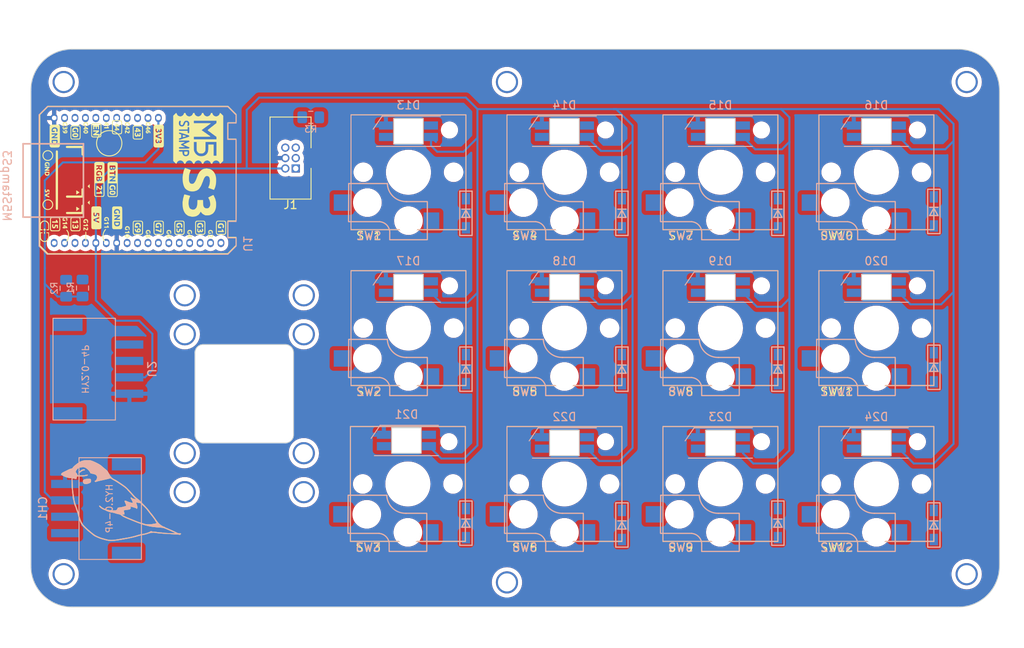
<source format=kicad_pcb>
(kicad_pcb (version 20221018) (generator pcbnew)
  (layers (0 "F.Cu" signal) (31 "B.Cu" signal) (34 "B.Paste" user) (35 "F.Paste" user) (36 "B.SilkS" user "B.Silkscreen") (37 "F.SilkS" user "F.Silkscreen") (38 "B.Mask" user) (39 "F.Mask" user) (44 "Edge.Cuts" user))
  (net 0 "")
  (net 1 "/SCL")
  (net 2 "/SDA")
  (net 3 "+3V3")
  (net 4 "GND")
  (net 5 "/IR_IN")
  (net 6 "/COL1")
  (net 7 "/IR_OUT")
  (net 8 "/COL2")
  (net 9 "/COL3")
  (net 10 "/COL4")
  (net 11 "/ROW1")
  (net 12 "/ROW2")
  (net 13 "/ROW3")
  (net 14 "/LED")
  (net 15 "+5V")
  (net 16 "/BOOT")
  (net 17 "/EN")
  (net 18 "/RXD")
  (net 19 "/TXD")
  (net 20 "Net-(D1-A)")
  (net 21 "Net-(D2-A)")
  (net 22 "Net-(D3-A)")
  (net 23 "Net-(D4-A)")
  (net 24 "Net-(D5-A)")
  (net 25 "Net-(D6-A)")
  (net 26 "Net-(D7-A)")
  (net 27 "Net-(D8-A)")
  (net 28 "Net-(D9-A)")
  (net 29 "Net-(D10-A)")
  (net 30 "Net-(D11-A)")
  (net 31 "Net-(D12-A)")
  (net 32 "Net-(D13-DOUT)")
  (net 33 "Net-(D13-DIN)")
  (net 34 "Net-(D14-DOUT)")
  (net 35 "Net-(D15-DOUT)")
  (net 36 "Net-(D16-DOUT)")
  (net 37 "Net-(D17-DOUT)")
  (net 38 "Net-(D18-DOUT)")
  (net 39 "Net-(D19-DOUT)")
  (net 40 "Net-(D20-DOUT)")
  (net 41 "Net-(D21-DOUT)")
  (net 42 "Net-(D22-DOUT)")
  (net 43 "Net-(D23-DOUT)")
  (footprint "$sparrow62:D3_SMD_v2" (layer "F.Cu") (at 163 88 -90)
    (fp_text reference "D12" hide)
    (fp_text value "D" hide)
    (pad "1" smd rect (at -1.775 0 270) (size 1.4 1) (layers "B.Cu" "B.Paste" "B.Mask") (net 13 "/ROW3"))
    (pad "2" smd rect (at 1.775 0 270) (size 1.4 1) (layers "B.Cu" "B.Paste" "B.Mask") (net 31 "Net-(D12-A)"))
  )
  (footprint "$sparrow62:Choc_1Side_1.0u" (layer "F.Cu") (at 98.9302 83)
    (fp_text reference "SW3" hide)
    (fp_text value "SW_Push" hide)
    (fp_text user "${REFERENCE}" (at -4.826 7.747) (layer "B.SilkS") (effects (justify mirror)))
    (fp_text user "${REFERENCE}" (at -4.826 7.747) (layer "F.SilkS"))
    (pad "" np_thru_hole circle (at -5.5 0 90) (size 1.9 1.9) (drill 1.9) (layers "*.Cu" "*.Mask"))
    (pad "" np_thru_hole circle (at -5 3.7 90) (size 3 3) (drill 3) (layers "F&B.Cu" "*.Mask"))
    (pad "" np_thru_hole circle (at 0 0 90) (size 5 5) (drill 5) (layers "*.Cu" "*.Mask"))
    (pad "" np_thru_hole circle (at 0 5.9 90) (size 3 3) (drill 3) (layers "*.Cu" "*.Mask"))
    (pad "" np_thru_hole circle (at 5 -5.15 90) (size 1.6 1.6) (drill 1.6) (layers "F&B.Cu" "*.Mask"))
    (pad "" np_thru_hole circle (at 5.5 0 90) (size 1.9 1.9) (drill 1.9) (layers "*.Cu" "*.Mask"))
    (pad "1" smd rect (at -8.1 3.7 180) (size 2 2) (layers "B.Cu" "B.Paste" "B.Mask") (net 9 "/COL3"))
    (pad "2" smd rect (at 2.8 5.9 180) (size 1.9 2) (layers "B.Cu" "B.Paste" "B.Mask") (net 22 "Net-(D3-A)"))
  )
  (footprint "$sparrow62:M2_v2" (layer "F.Cu") (at 111 95)
    (fp_text reference "H6" hide)
    (fp_text value "M2_v2" hide)
    (pad "" thru_hole circle (at 0 0) (size 2.7 2.7) (drill 2.2) (layers "*.Cu" "*.Mask"))
  )
  (footprint "$sparrow62:Choc_1Side_1.0u" (layer "F.Cu") (at 156 64)
    (fp_text reference "SW11" hide)
    (fp_text value "SW_Push" hide)
    (fp_text user "${REFERENCE}" (at -4.826 7.747) (layer "B.SilkS") (effects (justify mirror)))
    (fp_text user "${REFERENCE}" (at -4.826 7.747) (layer "F.SilkS"))
    (pad "" np_thru_hole circle (at -5.5 0 90) (size 1.9 1.9) (drill 1.9) (layers "*.Cu" "*.Mask"))
    (pad "" np_thru_hole circle (at -5 3.7 90) (size 3 3) (drill 3) (layers "F&B.Cu" "*.Mask"))
    (pad "" np_thru_hole circle (at 0 0 90) (size 5 5) (drill 5) (layers "*.Cu" "*.Mask"))
    (pad "" np_thru_hole circle (at 0 5.9 90) (size 3 3) (drill 3) (layers "*.Cu" "*.Mask"))
    (pad "" np_thru_hole circle (at 5 -5.15 90) (size 1.6 1.6) (drill 1.6) (layers "F&B.Cu" "*.Mask"))
    (pad "" np_thru_hole circle (at 5.5 0 90) (size 1.9 1.9) (drill 1.9) (layers "*.Cu" "*.Mask"))
    (pad "1" smd rect (at -8.1 3.7 180) (size 2 2) (layers "B.Cu" "B.Paste" "B.Mask") (net 9 "/COL3"))
    (pad "2" smd rect (at 2.8 5.9 180) (size 1.9 2) (layers "B.Cu" "B.Paste" "B.Mask") (net 30 "Net-(D11-A)"))
  )
  (footprint "$sparrow62:D3_SMD_v2" (layer "F.Cu") (at 144 69 -90)
    (fp_text reference "D7" hide)
    (fp_text value "D" hide)
    (pad "1" smd rect (at -1.775 0 270) (size 1.4 1) (layers "B.Cu" "B.Paste" "B.Mask") (net 12 "/ROW2"))
    (pad "2" smd rect (at 1.775 0 270) (size 1.4 1) (layers "B.Cu" "B.Paste" "B.Mask") (net 26 "Net-(D7-A)"))
  )
  (footprint "$sparrow62:D3_SMD_v2" (layer "F.Cu") (at 106 69 -90)
    (fp_text reference "D5" hide)
    (fp_text value "D" hide)
    (pad "1" smd rect (at -1.775 0 270) (size 1.4 1) (layers "B.Cu" "B.Paste" "B.Mask") (net 12 "/ROW2"))
    (pad "2" smd rect (at 1.775 0 270) (size 1.4 1) (layers "B.Cu" "B.Paste" "B.Mask") (net 24 "Net-(D5-A)"))
  )
  (footprint "$74th:BoxPinHeader_2x03_P1.27mm_Vertical" (layer "F.Cu") (at 84.635 43.27 180)
    (fp_text reference "J1" (at 0 -5.7) (layer "F.SilkS"))
    (fp_text value "ESP-Prog-ProgramCOM-RECV")
    (pad "1" thru_hole rect (at -0.635 -1.27 180) (size 1 1) (drill 0.65) (layers "*.Cu" "*.Mask") (net 17 "/EN"))
    (pad "2" thru_hole oval (at 0.635 -1.27 180) (size 1 1) (drill 0.65) (layers "*.Cu" "*.Mask") (net 15 "+5V"))
    (pad "3" thru_hole oval (at -0.635 0 180) (size 1 1) (drill 0.65) (layers "*.Cu" "*.Mask") (net 19 "/TXD"))
    (pad "4" thru_hole oval (at 0.635 0 180) (size 1 1) (drill 0.65) (layers "*.Cu" "*.Mask") (net 4 "GND"))
    (pad "5" thru_hole oval (at -0.635 1.27 180) (size 1 1) (drill 0.65) (layers "*.Cu" "*.Mask") (net 18 "/RXD"))
    (pad "6" thru_hole oval (at 0.635 1.27 180) (size 1 1) (drill 0.65) (layers "*.Cu" "*.Mask") (net 16 "/BOOT"))
  )
  (footprint "$sparrow62:Sparrow2" (layer "F.Cu") (at 64 85)
    (fp_text reference "G***" hide)
    (fp_text value "LOGO" hide)
  )
  (footprint "$sparrow62:D3_SMD_v2" (layer "F.Cu") (at 144 50 -90)
    (fp_text reference "D3" hide)
    (fp_text value "D" hide)
    (pad "1" smd rect (at -1.775 0 270) (size 1.4 1) (layers "B.Cu" "B.Paste" "B.Mask") (net 11 "/ROW1"))
    (pad "2" smd rect (at 1.775 0 270) (size 1.4 1) (layers "B.Cu" "B.Paste" "B.Mask") (net 22 "Net-(D3-A)"))
  )
  (footprint "$sparrow62:D3_SMD_v2" (layer "F.Cu") (at 144 87.775 -90)
    (fp_text reference "D11" hide)
    (fp_text value "D" hide)
    (pad "1" smd rect (at -1.775 0 270) (size 1.4 1) (layers "B.Cu" "B.Paste" "B.Mask") (net 13 "/ROW3"))
    (pad "2" smd rect (at 1.775 0 270) (size 1.4 1) (layers "B.Cu" "B.Paste" "B.Mask") (net 30 "Net-(D11-A)"))
  )
  (footprint "$sparrow62:Choc_1Side_1.0u" (layer "F.Cu") (at 118 83)
    (fp_text reference "SW6" hide)
    (fp_text value "SW_Push" hide)
    (fp_text user "${REFERENCE}" (at -4.826 7.747) (layer "B.SilkS") (effects (justify mirror)))
    (fp_text user "${REFERENCE}" (at -4.826 7.747) (layer "F.SilkS"))
    (pad "" np_thru_hole circle (at -5.5 0 90) (size 1.9 1.9) (drill 1.9) (layers "*.Cu" "*.Mask"))
    (pad "" np_thru_hole circle (at -5 3.7 90) (size 3 3) (drill 3) (layers "F&B.Cu" "*.Mask"))
    (pad "" np_thru_hole circle (at 0 0 90) (size 5 5) (drill 5) (layers "*.Cu" "*.Mask"))
    (pad "" np_thru_hole circle (at 0 5.9 90) (size 3 3) (drill 3) (layers "*.Cu" "*.Mask"))
    (pad "" np_thru_hole circle (at 5 -5.15 90) (size 1.6 1.6) (drill 1.6) (layers "F&B.Cu" "*.Mask"))
    (pad "" np_thru_hole circle (at 5.5 0 90) (size 1.9 1.9) (drill 1.9) (layers "*.Cu" "*.Mask"))
    (pad "1" smd rect (at -8.1 3.7 180) (size 2 2) (layers "B.Cu" "B.Paste" "B.Mask") (net 8 "/COL2"))
    (pad "2" smd rect (at 2.8 5.9 180) (size 1.9 2) (layers "B.Cu" "B.Paste" "B.Mask") (net 25 "Net-(D6-A)"))
  )
  (footprint "$sparrow62:M2_v2" (layer "F.Cu") (at 167 34)
    (fp_text reference "H4" hide)
    (fp_text value "M2_v2" hide)
    (pad "" thru_hole circle (at 0 0) (size 2.7 2.7) (drill 2.2) (layers "*.Cu" "*.Mask"))
  )
  (footprint "$sparrow62:Choc_1Side_1.0u" (layer "F.Cu") (at 137 64)
    (fp_text reference "SW8" hide)
    (fp_text value "SW_Push" hide)
    (fp_text user "${REFERENCE}" (at -4.826 7.747) (layer "B.SilkS") (effects (justify mirror)))
    (fp_text user "${REFERENCE}" (at -4.826 7.747) (layer "F.SilkS"))
    (pad "" np_thru_hole circle (at -5.5 0 90) (size 1.9 1.9) (drill 1.9) (layers "*.Cu" "*.Mask"))
    (pad "" np_thru_hole circle (at -5 3.7 90) (size 3 3) (drill 3) (layers "F&B.Cu" "*.Mask"))
    (pad "" np_thru_hole circle (at 0 0 90) (size 5 5) (drill 5) (layers "*.Cu" "*.Mask"))
    (pad "" np_thru_hole circle (at 0 5.9 90) (size 3 3) (drill 3) (layers "*.Cu" "*.Mask"))
    (pad "" np_thru_hole circle (at 5 -5.15 90) (size 1.6 1.6) (drill 1.6) (layers "F&B.Cu" "*.Mask"))
    (pad "" np_thru_hole circle (at 5.5 0 90) (size 1.9 1.9) (drill 1.9) (layers "*.Cu" "*.Mask"))
    (pad "1" smd rect (at -8.1 3.7 180) (size 2 2) (layers "B.Cu" "B.Paste" "B.Mask") (net 10 "/COL4"))
    (pad "2" smd rect (at 2.8 5.9 180) (size 1.9 2) (layers "B.Cu" "B.Paste" "B.Mask") (net 27 "Net-(D8-A)"))
  )
  (footprint "$sparrow62:Choc_1Side_1.0u" (layer "F.Cu") (at 118 64)
    (fp_text reference "SW5" hide)
    (fp_text value "SW_Push" hide)
    (fp_text user "${REFERENCE}" (at -4.826 7.747) (layer "B.SilkS") (effects (justify mirror)))
    (fp_text user "${REFERENCE}" (at -4.826 7.747) (layer "F.SilkS"))
    (pad "" np_thru_hole circle (at -5.5 0 90) (size 1.9 1.9) (drill 1.9) (layers "*.Cu" "*.Mask"))
    (pad "" np_thru_hole circle (at -5 3.7 90) (size 3 3) (drill 3) (layers "F&B.Cu" "*.Mask"))
    (pad "" np_thru_hole circle (at 0 0 90) (size 5 5) (drill 5) (layers "*.Cu" "*.Mask"))
    (pad "" np_thru_hole circle (at 0 5.9 90) (size 3 3) (drill 3) (layers "*.Cu" "*.Mask"))
    (pad "" np_thru_hole circle (at 5 -5.15 90) (size 1.6 1.6) (drill 1.6) (layers "F&B.Cu" "*.Mask"))
    (pad "" np_thru_hole circle (at 5.5 0 90) (size 1.9 1.9) (drill 1.9) (layers "*.Cu" "*.Mask"))
    (pad "1" smd rect (at -8.1 3.7 180) (size 2 2) (layers "B.Cu" "B.Paste" "B.Mask") (net 6 "/COL1"))
    (pad "2" smd rect (at 2.8 5.9 180) (size 1.9 2) (layers "B.Cu" "B.Paste" "B.Mask") (net 24 "Net-(D5-A)"))
  )
  (footprint "$sparrow62:Choc_1Side_1.0u" (layer "F.Cu") (at 137 83)
    (fp_text reference "SW9" hide)
    (fp_text value "SW_Push" hide)
    (fp_text user "${REFERENCE}" (at -4.826 7.747) (layer "B.SilkS") (effects (justify mirror)))
    (fp_text user "${REFERENCE}" (at -4.826 7.747) (layer "F.SilkS"))
    (pad "" np_thru_hole circle (at -5.5 0 90) (size 1.9 1.9) (drill 1.9) (layers "*.Cu" "*.Mask"))
    (pad "" np_thru_hole circle (at -5 3.7 90) (size 3 3) (drill 3) (layers "F&B.Cu" "*.Mask"))
    (pad "" np_thru_hole circle (at 0 0 90) (size 5 5) (drill 5) (layers "*.Cu" "*.Mask"))
    (pad "" np_thru_hole circle (at 0 5.9 90) (size 3 3) (drill 3) (layers "*.Cu" "*.Mask"))
    (pad "" np_thru_hole circle (at 5 -5.15 90) (size 1.6 1.6) (drill 1.6) (layers "F&B.Cu" "*.Mask"))
    (pad "" np_thru_hole circle (at 5.5 0 90) (size 1.9 1.9) (drill 1.9) (layers "*.Cu" "*.Mask"))
    (pad "1" smd rect (at -8.1 3.7 180) (size 2 2) (layers "B.Cu" "B.Paste" "B.Mask") (net 6 "/COL1"))
    (pad "2" smd rect (at 2.8 5.9 180) (size 1.9 2) (layers "B.Cu" "B.Paste" "B.Mask") (net 28 "Net-(D9-A)"))
  )
  (footprint "$sparrow62:Choc_1Side_1.0u" (layer "F.Cu") (at 156 45)
    (fp_text reference "SW10" hide)
    (fp_text value "SW_Push" hide)
    (fp_text user "${REFERENCE}" (at -4.826 7.747) (layer "B.SilkS") (effects (justify mirror)))
    (fp_text user "${REFERENCE}" (at -4.826 7.747) (layer "F.SilkS"))
    (pad "" np_thru_hole circle (at -5.5 0 90) (size 1.9 1.9) (drill 1.9) (layers "*.Cu" "*.Mask"))
    (pad "" np_thru_hole circle (at -5 3.7 90) (size 3 3) (drill 3) (layers "F&B.Cu" "*.Mask"))
    (pad "" np_thru_hole circle (at 0 0 90) (size 5 5) (drill 5) (layers "*.Cu" "*.Mask"))
    (pad "" np_thru_hole circle (at 0 5.9 90) (size 3 3) (drill 3) (layers "*.Cu" "*.Mask"))
    (pad "" np_thru_hole circle (at 5 -5.15 90) (size 1.6 1.6) (drill 1.6) (layers "F&B.Cu" "*.Mask"))
    (pad "" np_thru_hole circle (at 5.5 0 90) (size 1.9 1.9) (drill 1.9) (layers "*.Cu" "*.Mask"))
    (pad "1" smd rect (at -8.1 3.7 180) (size 2 2) (layers "B.Cu" "B.Paste" "B.Mask") (net 8 "/COL2"))
    (pad "2" smd rect (at 2.8 5.9 180) (size 1.9 2) (layers "B.Cu" "B.Paste" "B.Mask") (net 29 "Net-(D10-A)"))
  )
  (footprint "$sparrow62:M2_v2" (layer "F.Cu") (at 57 94)
    (fp_text reference "H7" hide)
    (fp_text value "M2_v2" hide)
    (pad "" thru_hole circle (at 0 0) (size 2.7 2.7) (drill 2.2) (layers "*.Cu" "*.Mask"))
  )
  (footprint "$sparrow62:D3_SMD_v2" (layer "F.Cu") (at 106 87.775 -90)
    (fp_text reference "D9" hide)
    (fp_text value "D" hide)
    (pad "1" smd rect (at -1.775 0 270) (size 1.4 1) (layers "B.Cu" "B.Paste" "B.Mask") (net 13 "/ROW3"))
    (pad "2" smd rect (at 1.775 0 270) (size 1.4 1) (layers "B.Cu" "B.Paste" "B.Mask") (net 28 "Net-(D9-A)"))
  )
  (footprint "$sparrow62:D3_SMD_v2" (layer "F.Cu") (at 163 49.775 -90)
    (fp_text reference "D4" hide)
    (fp_text value "D" hide)
    (pad "1" smd rect (at -1.775 0 270) (size 1.4 1) (layers "B.Cu" "B.Paste" "B.Mask") (net 11 "/ROW1"))
    (pad "2" smd rect (at 1.775 0 270) (size 1.4 1) (layers "B.Cu" "B.Paste" "B.Mask") (net 23 "Net-(D4-A)"))
  )
  (footprint "$sparrow62:D3_SMD_v2" (layer "F.Cu") (at 125 69 -90)
    (fp_text reference "D6" hide)
    (fp_text value "D" hide)
    (pad "1" smd rect (at -1.775 0 270) (size 1.4 1) (layers "B.Cu" "B.Paste" "B.Mask") (net 12 "/ROW2"))
    (pad "2" smd rect (at 1.775 0 270) (size 1.4 1) (layers "B.Cu" "B.Paste" "B.Mask") (net 25 "Net-(D6-A)"))
  )
  (footprint "$sparrow62:D3_SMD_v2" (layer "F.Cu") (at 106 50 -90)
    (fp_text reference "D1" hide)
    (fp_text value "D" hide)
    (pad "1" smd rect (at -1.775 0 270) (size 1.4 1) (layers "B.Cu" "B.Paste" "B.Mask") (net 11 "/ROW1"))
    (pad "2" smd rect (at 1.775 0 270) (size 1.4 1) (layers "B.Cu" "B.Paste" "B.Mask") (net 20 "Net-(D1-A)"))
  )
  (footprint "$sparrow62:D3_SMD_v2" (layer "F.Cu") (at 125 88 -90)
    (fp_text reference "D10" hide)
    (fp_text value "D" hide)
    (pad "1" smd rect (at -1.775 0 270) (size 1.4 1) (layers "B.Cu" "B.Paste" "B.Mask") (net 13 "/ROW3"))
    (pad "2" smd rect (at 1.775 0 270) (size 1.4 1) (layers "B.Cu" "B.Paste" "B.Mask") (net 29 "Net-(D10-A)"))
  )
  (footprint "$sparrow62:Choc_1Side_1.0u" (layer "F.Cu") (at 99 64)
    (fp_text reference "SW2" hide)
    (fp_text value "SW_Push" hide)
    (fp_text user "${REFERENCE}" (at -4.826 7.747) (layer "B.SilkS") (effects (justify mirror)))
    (fp_text user "${REFERENCE}" (at -4.826 7.747) (layer "F.SilkS"))
    (pad "" np_thru_hole circle (at -5.5 0 90) (size 1.9 1.9) (drill 1.9) (layers "*.Cu" "*.Mask"))
    (pad "" np_thru_hole circle (at -5 3.7 90) (size 3 3) (drill 3) (layers "F&B.Cu" "*.Mask"))
    (pad "" np_thru_hole circle (at 0 0 90) (size 5 5) (drill 5) (layers "*.Cu" "*.Mask"))
    (pad "" np_thru_hole circle (at 0 5.9 90) (size 3 3) (drill 3) (layers "*.Cu" "*.Mask"))
    (pad "" np_thru_hole circle (at 5 -5.15 90) (size 1.6 1.6) (drill 1.6) (layers "F&B.Cu" "*.Mask"))
    (pad "" np_thru_hole circle (at 5.5 0 90) (size 1.9 1.9) (drill 1.9) (layers "*.Cu" "*.Mask"))
    (pad "1" smd rect (at -8.1 3.7 180) (size 2 2) (layers "B.Cu" "B.Paste" "B.Mask") (net 8 "/COL2"))
    (pad "2" smd rect (at 2.8 5.9 180) (size 1.9 2) (layers "B.Cu" "B.Paste" "B.Mask") (net 21 "Net-(D2-A)"))
  )
  (footprint "$sparrow62:M2_v2" (layer "F.Cu") (at 167 94)
    (fp_text reference "H5" hide)
    (fp_text value "M2_v2" hide)
    (pad "" thru_hole circle (at 0 0) (size 2.7 2.7) (drill 2.2) (layers "*.Cu" "*.Mask"))
  )
  (footprint "$sparrow62:M2_v2" (layer "F.Cu") (at 57 34)
    (fp_text reference "H2" hide)
    (fp_text value "M2_v2" hide)
    (pad "" thru_hole circle (at 0 0) (size 2.7 2.7) (drill 2.2) (layers "*.Cu" "*.Mask"))
  )
  (footprint "$sparrow62:Choc_1Side_1.0u" (layer "F.Cu") (at 118 45)
    (fp_text reference "SW4" hide)
    (fp_text value "SW_Push" hide)
    (fp_text user "${REFERENCE}" (at -4.826 7.747) (layer "B.SilkS") (effects (justify mirror)))
    (fp_text user "${REFERENCE}" (at -4.826 7.747) (layer "F.SilkS"))
    (pad "" np_thru_hole circle (at -5.5 0 90) (size 1.9 1.9) (drill 1.9) (layers "*.Cu" "*.Mask"))
    (pad "" np_thru_hole circle (at -5 3.7 90) (size 3 3) (drill 3) (layers "F&B.Cu" "*.Mask"))
    (pad "" np_thru_hole circle (at 0 0 90) (size 5 5) (drill 5) (layers "*.Cu" "*.Mask"))
    (pad "" np_thru_hole circle (at 0 5.9 90) (size 3 3) (drill 3) (layers "*.Cu" "*.Mask"))
    (pad "" np_thru_hole circle (at 5 -5.15 90) (size 1.6 1.6) (drill 1.6) (layers "F&B.Cu" "*.Mask"))
    (pad "" np_thru_hole circle (at 5.5 0 90) (size 1.9 1.9) (drill 1.9) (layers "*.Cu" "*.Mask"))
    (pad "1" smd rect (at -8.1 3.7 180) (size 2 2) (layers "B.Cu" "B.Paste" "B.Mask") (net 10 "/COL4"))
    (pad "2" smd rect (at 2.8 5.9 180) (size 1.9 2) (layers "B.Cu" "B.Paste" "B.Mask") (net 23 "Net-(D4-A)"))
  )
  (footprint "$sparrow62:D3_SMD_v2" (layer "F.Cu") (at 125 50 -90)
    (fp_text reference "D2" hide)
    (fp_text value "D" hide)
    (pad "1" smd rect (at -1.775 0 270) (size 1.4 1) (layers "B.Cu" "B.Paste" "B.Mask") (net 11 "/ROW1"))
    (pad "2" smd rect (at 1.775 0 270) (size 1.4 1) (layers "B.Cu" "B.Paste" "B.Mask") (net 21 "Net-(D2-A)"))
  )
  (footprint "$sparrow62:pointer_device_top" (layer "F.Cu") (at 79 72)
    (fp_text reference "H1" hide)
    (fp_text value "pointer_device_top")
    (fp_line (start -6 -5) (end -6 5) (stroke (width 0.1)) (layer "Edge.Cuts"))
    (fp_line (start 5 -6) (end -5 -6) (stroke (width 0.1)) (layer "Edge.Cuts"))
    (fp_line (start 5 6) (end -5 6) (stroke (width 0.1)) (layer "Edge.Cuts"))
    (fp_line (start 6 -5) (end 6 5) (stroke (width 0.1)) (layer "Edge.Cuts"))
    (fp_arc (start -6 -5) (mid -5.707107 -5.707107) (end -5 -6) (stroke (width 0.1)) (layer "Edge.Cuts"))
    (fp_arc (start -5 6) (mid -5.707107 5.707107) (end -6 5) (stroke (width 0.1)) (layer "Edge.Cuts"))
    (fp_arc (start 5 -6) (mid 5.707107 -5.707107) (end 6 -5) (stroke (width 0.1)) (layer "Edge.Cuts"))
    (fp_arc (start 6 5) (mid 5.707107 5.707107) (end 5 6) (stroke (width 0.1)) (layer "Edge.Cuts"))
    (pad "" thru_hole circle (at -7.25 -12) (size 2.7 2.7) (drill 2.2) (layers "*.Cu" "*.Mask"))
    (pad "" thru_hole circle (at -7.25 -7.25) (size 2.7 2.7) (drill 2.2) (layers "*.Cu" "*.Mask"))
    (pad "" thru_hole circle (at -7.25 7.25) (size 2.7 2.7) (drill 2.2) (layers "*.Cu" "*.Mask"))
    (pad "" thru_hole circle (at -7.25 12) (size 2.7 2.7) (drill 2.2) (layers "*.Cu" "*.Mask"))
    (pad "" thru_hole circle (at 7.25 -12) (size 2.7 2.7) (drill 2.2) (layers "*.Cu" "*.Mask"))
    (pad "" thru_hole circle (at 7.25 -7.25) (size 2.7 2.7) (drill 2.2) (layers "*.Cu" "*.Mask"))
    (pad "" thru_hole circle (at 7.25 7.25) (size 2.7 2.7) (drill 2.2) (layers "*.Cu" "*.Mask"))
    (pad "" thru_hole circle (at 7.25 12) (size 2.7 2.7) (drill 2.2) (layers "*.Cu" "*.Mask"))
  )
  (footprint "$sparrow62:Choc_1Side_1.0u" (layer "F.Cu") (at 99 45)
    (fp_text reference "SW1" hide)
    (fp_text value "SW_Push" hide)
    (fp_text user "${REFERENCE}" (at -4.826 7.747) (layer "B.SilkS") (effects (justify mirror)))
    (fp_text user "${REFERENCE}" (at -4.826 7.747) (layer "F.SilkS"))
    (pad "" np_thru_hole circle (at -5.5 0 90) (size 1.9 1.9) (drill 1.9) (layers "*.Cu" "*.Mask"))
    (pad "" np_thru_hole circle (at -5 3.7 90) (size 3 3) (drill 3) (layers "F&B.Cu" "*.Mask"))
    (pad "" np_thru_hole circle (at 0 0 90) (size 5 5) (drill 5) (layers "*.Cu" "*.Mask"))
    (pad "" np_thru_hole circle (at 0 5.9 90) (size 3 3) (drill 3) (layers "*.Cu" "*.Mask"))
    (pad "" np_thru_hole circle (at 5 -5.15 90) (size 1.6 1.6) (drill 1.6) (layers "F&B.Cu" "*.Mask"))
    (pad "" np_thru_hole circle (at 5.5 0 90) (size 1.9 1.9) (drill 1.9) (layers "*.Cu" "*.Mask"))
    (pad "1" smd rect (at -8.1 3.7 180) (size 2 2) (layers "B.Cu" "B.Paste" "B.Mask") (net 6 "/COL1"))
    (pad "2" smd rect (at 2.8 5.9 180) (size 1.9 2) (layers "B.Cu" "B.Paste" "B.Mask") (net 20 "Net-(D1-A)"))
  )
  (footprint "$sparrow62:Choc_1Side_1.0u" (layer "F.Cu") (at 137 45)
    (fp_text reference "SW7" hide)
    (fp_text value "SW_Push" hide)
    (fp_text user "${REFERENCE}" (at -4.826 7.747) (layer "B.SilkS") (effects (justify mirror)))
    (fp_text user "${REFERENCE}" (at -4.826 7.747) (layer "F.SilkS"))
    (pad "" np_thru_hole circle (at -5.5 0 90) (size 1.9 1.9) (drill 1.9) (layers "*.Cu" "*.Mask"))
    (pad "" np_thru_hole circle (at -5 3.7 90) (size 3 3) (drill 3) (layers "F&B.Cu" "*.Mask"))
    (pad "" np_thru_hole circle (at 0 0 90) (size 5 5) (drill 5) (layers "*.Cu" "*.Mask"))
    (pad "" np_thru_hole circle (at 0 5.9 90) (size 3 3) (drill 3) (layers "*.Cu" "*.Mask"))
    (pad "" np_thru_hole circle (at 5 -5.15 90) (size 1.6 1.6) (drill 1.6) (layers "F&B.Cu" "*.Mask"))
    (pad "" np_thru_hole circle (at 5.5 0 90) (size 1.9 1.9) (drill 1.9) (layers "*.Cu" "*.Mask"))
    (pad "1" smd rect (at -8.1 3.7 180) (size 2 2) (layers "B.Cu" "B.Paste" "B.Mask") (net 9 "/COL3"))
    (pad "2" smd rect (at 2.8 5.9 180) (size 1.9 2) (layers "B.Cu" "B.Paste" "B.Mask") (net 26 "Net-(D7-A)"))
  )
  (footprint "$sparrow62:D3_SMD_v2" (layer "F.Cu") (at 163 68.775 -90)
    (fp_text reference "D8" hide)
    (fp_text value "D" hide)
    (pad "1" smd rect (at -1.775 0 270) (size 1.4 1) (layers "B.Cu" "B.Paste" "B.Mask") (net 12 "/ROW2"))
    (pad "2" smd rect (at 1.775 0 270) (size 1.4 1) (layers "B.Cu" "B.Paste" "B.Mask") (net 27 "Net-(D8-A)"))
  )
  (footprint "$sparrow62:Choc_1Side_1.0u" (layer "F.Cu") (at 156 83)
    (fp_text reference "SW12" hide)
    (fp_text value "SW_Push" hide)
    (fp_text user "${REFERENCE}" (at -4.826 7.747) (layer "B.SilkS") (effects (justify mirror)))
    (fp_text user "${REFERENCE}" (at -4.826 7.747) (layer "F.SilkS"))
    (pad "" np_thru_hole circle (at -5.5 0 90) (size 1.9 1.9) (drill 1.9) (layers "*.Cu" "*.Mask"))
    (pad "" np_thru_hole circle (at -5 3.7 90) (size 3 3) (drill 3) (layers "F&B.Cu" "*.Mask"))
    (pad "" np_thru_hole circle (at 0 0 90) (size 5 5) (drill 5) (layers "*.Cu" "*.Mask"))
    (pad "" np_thru_hole circle (at 0 5.9 90) (size 3 3) (drill 3) (layers "*.Cu" "*.Mask"))
    (pad "" np_thru_hole circle (at 5 -5.15 90) (size 1.6 1.6) (drill 1.6) (layers "F&B.Cu" "*.Mask"))
    (pad "" np_thru_hole circle (at 5.5 0 90) (size 1.9 1.9) (drill 1.9) (layers "*.Cu" "*.Mask"))
    (pad "1" smd rect (at -8.1 3.7 180) (size 2 2) (layers "B.Cu" "B.Paste" "B.Mask") (net 10 "/COL4"))
    (pad "2" smd rect (at 2.8 5.9 180) (size 1.9 2) (layers "B.Cu" "B.Paste" "B.Mask") (net 31 "Net-(D12-A)"))
  )
  (footprint "$sparrow62:M2_v2" (layer "F.Cu") (at 111 34)
    (fp_text reference "H3" hide)
    (fp_text value "M2_v2" hide)
    (pad "" thru_hole circle (at 0 0) (size 2.7 2.7) (drill 2.2) (layers "*.Cu" "*.Mask"))
  )
  (footprint "$74th:HY2.0_Socket_SMD_4Pin" (layer "B.Cu") (at 65 69 90)
    (fp_text reference "U2" (at 0 2.7 270 unlocked) (layer "B.SilkS") (effects (justify mirror)))
    (fp_text value "M5 IR Unit")
    (fp_text user "HY2.0-4P" (at 0 -5.4 270 unlocked) (layer "B.SilkS") (effects (font (size 0.8 0.8) (thickness 0.12)) (justify mirror)))
    (pad "" smd rect (at -5.4 -7.5 270) (size 1.5 3.6) (layers "B.Cu" "B.Paste" "B.Mask"))
    (pad "" smd rect (at 5.4 -7.5 270) (size 1.5 3.6) (layers "B.Cu" "B.Paste" "B.Mask"))
    (pad "1" smd rect (at 3 0 270) (size 1 3.4) (layers "B.Cu" "B.Paste" "B.Mask") (net 5 "/IR_IN"))
    (pad "2" smd rect (at 1 0 270) (size 1 3.4) (layers "B.Cu" "B.Paste" "B.Mask") (net 7 "/IR_OUT"))
    (pad "3" smd rect (at -1 0 270) (size 1 3.4) (layers "B.Cu" "B.Paste" "B.Mask") (net 15 "+5V"))
    (pad "4" smd rect (at -3 0 270) (size 1 3.4) (layers "B.Cu" "B.Paste" "B.Mask") (net 4 "GND"))
  )
  (footprint "$74th:YS-SK6812MINI-E-BACK-RIGHT" (layer "B.Cu") (at 137 40)
    (fp_text reference "D15" (at 0 -3.175) (layer "B.SilkS") (effects (justify mirror)))
    (fp_text value "SK6812MINI")
    (fp_line (start -1.8 -1.55) (end 1.8 -1.55) (stroke (width 0.12)) (layer "Edge.Cuts"))
    (fp_line (start -1.8 1.55) (end -1.8 -1.55) (stroke (width 0.12)) (layer "Edge.Cuts"))
    (fp_line (start 1.8 -1.55) (end 1.8 1.55) (stroke (width 0.12)) (layer "Edge.Cuts"))
    (fp_line (start 1.8 1.55) (end -1.8 1.55) (stroke (width 0.12)) (layer "Edge.Cuts"))
    (pad "1" smd rect (at 2.75 0.7) (size 1.7 1) (layers "B.Cu" "B.Paste" "B.Mask") (net 15 "+5V"))
    (pad "2" smd rect (at 2.75 -0.7) (size 1.7 1) (layers "B.Cu" "B.Paste" "B.Mask") (net 35 "Net-(D15-DOUT)"))
    (pad "3" smd rect (at -2.75 -0.7) (size 1.7 1) (layers "B.Cu" "B.Paste" "B.Mask") (net 4 "GND"))
    (pad "4" smd rect (at -2.75 0.7) (size 1.7 1) (layers "B.Cu" "B.Paste" "B.Mask") (net 34 "Net-(D14-DOUT)"))
  )
  (footprint "$74th:YS-SK6812MINI-E-BACK-RIGHT" (layer "B.Cu") (at 137 78)
    (fp_text reference "D23" (at 0 -3.175) (layer "B.SilkS") (effects (justify mirror)))
    (fp_text value "SK6812MINI")
    (fp_line (start -1.8 -1.55) (end 1.8 -1.55) (stroke (width 0.12)) (layer "Edge.Cuts"))
    (fp_line (start -1.8 1.55) (end -1.8 -1.55) (stroke (width 0.12)) (layer "Edge.Cuts"))
    (fp_line (start 1.8 -1.55) (end 1.8 1.55) (stroke (width 0.12)) (layer "Edge.Cuts"))
    (fp_line (start 1.8 1.55) (end -1.8 1.55) (stroke (width 0.12)) (layer "Edge.Cuts"))
    (pad "1" smd rect (at 2.75 0.7) (size 1.7 1) (layers "B.Cu" "B.Paste" "B.Mask") (net 15 "+5V"))
    (pad "2" smd rect (at 2.75 -0.7) (size 1.7 1) (layers "B.Cu" "B.Paste" "B.Mask") (net 43 "Net-(D23-DOUT)"))
    (pad "3" smd rect (at -2.75 -0.7) (size 1.7 1) (layers "B.Cu" "B.Paste" "B.Mask") (net 4 "GND"))
    (pad "4" smd rect (at -2.75 0.7) (size 1.7 1) (layers "B.Cu" "B.Paste" "B.Mask") (net 42 "Net-(D22-DOUT)"))
  )
  (footprint "$74th:YS-SK6812MINI-E-BACK-RIGHT" (layer "B.Cu") (at 156 59)
    (fp_text reference "D20" (at 0 -3.175) (layer "B.SilkS") (effects (justify mirror)))
    (fp_text value "SK6812MINI")
    (fp_line (start -1.8 -1.55) (end 1.8 -1.55) (stroke (width 0.12)) (layer "Edge.Cuts"))
    (fp_line (start -1.8 1.55) (end -1.8 -1.55) (stroke (width 0.12)) (layer "Edge.Cuts"))
    (fp_line (start 1.8 -1.55) (end 1.8 1.55) (stroke (width 0.12)) (layer "Edge.Cuts"))
    (fp_line (start 1.8 1.55) (end -1.8 1.55) (stroke (width 0.12)) (layer "Edge.Cuts"))
    (pad "1" smd rect (at 2.75 0.7) (size 1.7 1) (layers "B.Cu" "B.Paste" "B.Mask") (net 15 "+5V"))
    (pad "2" smd rect (at 2.75 -0.7) (size 1.7 1) (layers "B.Cu" "B.Paste" "B.Mask") (net 40 "Net-(D20-DOUT)"))
    (pad "3" smd rect (at -2.75 -0.7) (size 1.7 1) (layers "B.Cu" "B.Paste" "B.Mask") (net 4 "GND"))
    (pad "4" smd rect (at -2.75 0.7) (size 1.7 1) (layers "B.Cu" "B.Paste" "B.Mask") (net 39 "Net-(D19-DOUT)"))
  )
  (footprint "$74th:YS-SK6812MINI-E-BACK-RIGHT" (layer "B.Cu") (at 99 59)
    (fp_text reference "D17" (at 0 -3.175) (layer "B.SilkS") (effects (justify mirror)))
    (fp_text value "SK6812MINI")
    (fp_line (start -1.8 -1.55) (end 1.8 -1.55) (stroke (width 0.12)) (layer "Edge.Cuts"))
    (fp_line (start -1.8 1.55) (end -1.8 -1.55) (stroke (width 0.12)) (layer "Edge.Cuts"))
    (fp_line (start 1.8 -1.55) (end 1.8 1.55) (stroke (width 0.12)) (layer "Edge.Cuts"))
    (fp_line (start 1.8 1.55) (end -1.8 1.55) (stroke (width 0.12)) (layer "Edge.Cuts"))
    (pad "1" smd rect (at 2.75 0.7) (size 1.7 1) (layers "B.Cu" "B.Paste" "B.Mask") (net 15 "+5V"))
    (pad "2" smd rect (at 2.75 -0.7) (size 1.7 1) (layers "B.Cu" "B.Paste" "B.Mask") (net 37 "Net-(D17-DOUT)"))
    (pad "3" smd rect (at -2.75 -0.7) (size 1.7 1) (layers "B.Cu" "B.Paste" "B.Mask") (net 4 "GND"))
    (pad "4" smd rect (at -2.75 0.7) (size 1.7 1) (layers "B.Cu" "B.Paste" "B.Mask") (net 36 "Net-(D16-DOUT)"))
  )
  (footprint "$74th:HY2.0_Socket_SMD_4Pin" (layer "B.Cu") (at 57.17 86 -90)
    (fp_text reference "CH1" (at 0 2.7 90 unlocked) (layer "B.SilkS") (effects (justify mirror)))
    (fp_text value "JoyPoint")
    (fp_text user "HY2.0-4P" (at 0 -5.4 90 unlocked) (layer "B.SilkS") (effects (font (size 0.8 0.8) (thickness 0.12)) (justify mirror)))
    (pad "" smd rect (at -5.4 -7.5 90) (size 1.5 3.6) (layers "B.Cu" "B.Paste" "B.Mask"))
    (pad "" smd rect (at 5.4 -7.5 90) (size 1.5 3.6) (layers "B.Cu" "B.Paste" "B.Mask"))
    (pad "1" smd rect (at 3 0 90) (size 1 3.4) (layers "B.Cu" "B.Paste" "B.Mask") (net 1 "/SCL"))
    (pad "2" smd rect (at 1 0 90) (size 1 3.4) (layers "B.Cu" "B.Paste" "B.Mask") (net 2 "/SDA"))
    (pad "3" smd rect (at -1 0 90) (size 1 3.4) (layers "B.Cu" "B.Paste" "B.Mask") (net 3 "+3V3"))
    (pad "4" smd rect (at -3 0 90) (size 1 3.4) (layers "B.Cu" "B.Paste" "B.Mask") (net 4 "GND"))
  )
  (footprint "$74th-imported:STAMP-S3-DIP" (layer "B.Cu") (at 66 46 90)
    (fp_text reference "U1" (at -8.8088 12.8168 270 unlocked) (layer "B.SilkS") (effects (justify left bottom mirror)))
    (fp_text value "M5StampS3" (at -5.08 -16.51 270 unlocked) (layer "B.SilkS") (effects (justify left bottom mirror)))
    (pad "1" thru_hole oval (at -7.62 10.160003 90) (size 1 0.8) (drill 0.55) (layers "*.Cu" "*.Mask") (net 6 "/COL1"))
    (pad "2" thru_hole oval (at -7.62 8.89 90) (size 1 0.8) (drill 0.55) (layers "*.Cu" "*.Mask") (net 8 "/COL2"))
    (pad "3" thru_hole oval (at -7.62 7.619998 90) (size 1 0.8) (drill 0.55) (layers "*.Cu" "*.Mask") (net 9 "/COL3"))
    (pad "4" thru_hole oval (at -7.62 6.349998 90) (size 1 0.8) (drill 0.55) (layers "*.Cu" "*.Mask") (net 10 "/COL4"))
    (pad "5" thru_hole oval (at -7.62 5.08 90) (size 1 0.8) (drill 0.55) (layers "*.Cu" "*.Mask") (net 11 "/ROW1"))
    (pad "6" thru_hole oval (at -7.62 3.809998 90) (size 1 0.8) (drill 0.55) (layers "*.Cu" "*.Mask") (net 12 "/ROW2"))
    (pad "7" thru_hole oval (at -7.62 2.54 90) (size 1 0.8) (drill 0.55) (layers "*.Cu" "*.Mask") (net 13 "/ROW3"))
    (pad "8" thru_hole oval (at -7.62 1.269998 90) (size 1 0.8) (drill 0.55) (layers "*.Cu" "*.Mask"))
    (pad "9" thru_hole oval (at -7.62 -0.000002 90) (size 1 0.8) (drill 0.55) (layers "*.Cu" "*.Mask"))
    (pad "10" thru_hole oval (at -7.62 -1.270002 90) (size 1 0.8) (drill 0.55) (layers "*.Cu" "*.Mask"))
    (pad "11" thru_hole oval (at -7.62 -2.54 90) (size 1 0.8) (drill 0.55) (layers "*.Cu" "*.Mask") (net 4 "GND"))
    (pad "12" thru_hole oval (at -7.62 -3.81 90) (size 1 0.8) (drill 0.55) (layers "*.Cu" "*.Mask"))
    (pad "13" thru_hole oval (at -7.62 -5.08 90) (size 1 0.8) (drill 0.55) (layers "*.Cu" "*.Mask") (net 15 "+5V"))
    (pad "14" thru_hole oval (at -7.62 -6.350002 90) (size 1 0.8) (drill 0.55) (layers "*.Cu" "*.Mask") (net 5 "/IR_IN"))
    (pad "15" thru_hole oval (at -7.62 -7.62 90) (size 1 0.8) (drill 0.55) (layers "*.Cu" "*.Mask") (net 2 "/SDA"))
    (pad "16" thru_hole oval (at -7.62 -8.890002 90) (size 1 0.8) (drill 0.55) (layers "*.Cu" "*.Mask") (net 7 "/IR_OUT"))
    (pad "17" thru_hole oval (at -7.62 -10.16 90) (size 1 0.8) (drill 0.55) (layers "*.Cu" "*.Mask") (net 1 "/SCL"))
    (pad "18" thru_hole oval (at 7.62 -10.160004 270) (size 1 0.8) (drill 0.55) (layers "*.Cu" "*.Mask") (net 4 "GND"))
    (pad "19" thru_hole oval (at 7.62 -8.890002 90) (size 1 0.8) (drill 0.55) (layers "*.Cu" "*.Mask"))
    (pad "20" thru_hole oval (at 7.62 -7.620004 270) (size 1 0.8) (drill 0.55) (layers "*.Cu" "*.Mask") (net 16 "/BOOT"))
    (pad "21" thru_hole oval (at 7.62 -6.350002 90) (size 1 0.8) (drill 0.55) (layers "*.Cu" "*.Mask"))
    (pad "22" thru_hole oval (at 7.62 -5.080007 270) (size 1 0.8) (drill 0.55) (layers "*.Cu" "*.Mask") (net 17 "/EN"))
    (pad "23" thru_hole oval (at 7.62 -3.81 90) (size 1 0.8) (drill 0.55) (layers "*.Cu" "*.Mask"))
    (pad "24" thru_hole oval (at 7.62 -2.540004 270) (size 1 0.8) (drill 0.55) (layers "*.Cu" "*.Mask") (net 18 "/RXD"))
    (pad "25" thru_hole oval (at 7.62 -1.270002 90) (size 1 0.8) (drill 0.55) (layers "*.Cu" "*.Mask"))
    (pad "26" thru_hole oval (at 7.62 -0.000004 270) (size 1 0.8) (drill 0.55) (layers "*.Cu" "*.Mask") (net 19 "/TXD"))
    (pad "27" thru_hole oval (at 7.62 1.27 90) (size 1 0.8) (drill 0.55) (layers "*.Cu" "*.Mask") (net 14 "/LED"))
    (pad "28" thru_hole oval (at 7.62 2.539996 270) (size 1 0.8) (drill 0.55) (layers "*.Cu" "*.Mask") (net 3 "+3V3"))
  )
  (footprint "$74th:Capacitor_0805_2012" (layer "B.Cu") (at 57.3 59.1375 90)
    (fp_text reference "R2" (at 0 -1.45 90) (layer "B.SilkS") (effects (font (size 0.8 0.8) (thickness 0.12)) (justify mirror)))
    (fp_text value "10k" hide)
    (pad "1" smd roundrect (at -1.0375 0 90) (size 1.175 1.45) (layers "B.Cu" "B.Paste" "B.Mask") (roundrect_rratio 0.212766) (net 3 "+3V3"))
    (pad "2" smd roundrect (at 1.0375 0 90) (size 1.175 1.45) (layers "B.Cu" "B.Paste" "B.Mask") (roundrect_rratio 0.212766) (net 1 "/SCL"))
  )
  (footprint "$74th:YS-SK6812MINI-E-BACK-RIGHT" (layer "B.Cu") (at 137 59)
    (fp_text reference "D19" (at 0 -3.175) (layer "B.SilkS") (effects (justify mirror)))
    (fp_text value "SK6812MINI")
    (fp_line (start -1.8 -1.55) (end 1.8 -1.55) (stroke (width 0.12)) (layer "Edge.Cuts"))
    (fp_line (start -1.8 1.55) (end -1.8 -1.55) (stroke (width 0.12)) (layer "Edge.Cuts"))
    (fp_line (start 1.8 -1.55) (end 1.8 1.55) (stroke (width 0.12)) (layer "Edge.Cuts"))
    (fp_line (start 1.8 1.55) (end -1.8 1.55) (stroke (width 0.12)) (layer "Edge.Cuts"))
    (pad "1" smd rect (at 2.75 0.7) (size 1.7 1) (layers "B.Cu" "B.Paste" "B.Mask") (net 15 "+5V"))
    (pad "2" smd rect (at 2.75 -0.7) (size 1.7 1) (layers "B.Cu" "B.Paste" "B.Mask") (net 39 "Net-(D19-DOUT)"))
    (pad "3" smd rect (at -2.75 -0.7) (size 1.7 1) (layers "B.Cu" "B.Paste" "B.Mask") (net 4 "GND"))
    (pad "4" smd rect (at -2.75 0.7) (size 1.7 1) (layers "B.Cu" "B.Paste" "B.Mask") (net 38 "Net-(D18-DOUT)"))
  )
  (footprint "$74th:Capacitor_0805_2012" (layer "B.Cu") (at 87.1 38.3 180)
    (fp_text reference "R3" (at 0 -1.45) (layer "B.SilkS") (effects (font (size 0.8 0.8) (thickness 0.12)) (justify mirror)))
    (fp_text value "27" hide)
    (pad "1" smd roundrect (at -1.0375 0 180) (size 1.175 1.45) (layers "B.Cu" "B.Paste" "B.Mask") (roundrect_rratio 0.212766) (net 33 "Net-(D13-DIN)"))
    (pad "2" smd roundrect (at 1.0375 0 180) (size 1.175 1.45) (layers "B.Cu" "B.Paste" "B.Mask") (roundrect_rratio 0.212766) (net 14 "/LED"))
  )
  (footprint "$74th:YS-SK6812MINI-E-BACK-RIGHT" (layer "B.Cu") (at 99 40)
    (fp_text reference "D13" (at 0 -3.175 180) (layer "B.SilkS") (effects (justify mirror)))
    (fp_text value "SK6812MINI")
    (fp_line (start -1.8 -1.55) (end 1.8 -1.55) (stroke (width 0.12)) (layer "Edge.Cuts"))
    (fp_line (start -1.8 1.55) (end -1.8 -1.55) (stroke (width 0.12)) (layer "Edge.Cuts"))
    (fp_line (start 1.8 -1.55) (end 1.8 1.55) (stroke (width 0.12)) (layer "Edge.Cuts"))
    (fp_line (start 1.8 1.55) (end -1.8 1.55) (stroke (width 0.12)) (layer "Edge.Cuts"))
    (pad "1" smd rect (at 2.75 0.7) (size 1.7 1) (layers "B.Cu" "B.Paste" "B.Mask") (net 15 "+5V"))
    (pad "2" smd rect (at 2.75 -0.7) (size 1.7 1) (layers "B.Cu" "B.Paste" "B.Mask") (net 32 "Net-(D13-DOUT)"))
    (pad "3" smd rect (at -2.75 -0.7) (size 1.7 1) (layers "B.Cu" "B.Paste" "B.Mask") (net 4 "GND"))
    (pad "4" smd rect (at -2.75 0.7) (size 1.7 1) (layers "B.Cu" "B.Paste" "B.Mask") (net 33 "Net-(D13-DIN)"))
  )
  (footprint "$74th:YS-SK6812MINI-E-BACK-RIGHT" (layer "B.Cu") (at 98.75 77.7)
    (fp_text reference "D21" (at 0 -3.175) (layer "B.SilkS") (effects (justify mirror)))
    (fp_text value "SK6812MINI")
    (fp_line (start -1.8 -1.55) (end 1.8 -1.55) (stroke (width 0.12)) (layer "Edge.Cuts"))
    (fp_line (start -1.8 1.55) (end -1.8 -1.55) (stroke (width 0.12)) (layer "Edge.Cuts"))
    (fp_line (start 1.8 -1.55) (end 1.8 1.55) (stroke (width 0.12)) (layer "Edge.Cuts"))
    (fp_line (start 1.8 1.55) (end -1.8 1.55) (stroke (width 0.12)) (layer "Edge.Cuts"))
    (pad "1" smd rect (at 2.75 0.7) (size 1.7 1) (layers "B.Cu" "B.Paste" "B.Mask") (net 15 "+5V"))
    (pad "2" smd rect (at 2.75 -0.7) (size 1.7 1) (layers "B.Cu" "B.Paste" "B.Mask") (net 41 "Net-(D21-DOUT)"))
    (pad "3" smd rect (at -2.75 -0.7) (size 1.7 1) (layers "B.Cu" "B.Paste" "B.Mask") (net 4 "GND"))
    (pad "4" smd rect (at -2.75 0.7) (size 1.7 1) (layers "B.Cu" "B.Paste" "B.Mask") (net 40 "Net-(D20-DOUT)"))
  )
  (footprint "$74th:YS-SK6812MINI-E-BACK-RIGHT" (layer "B.Cu") (at 118 78)
    (fp_text reference "D22" (at 0 -3.175) (layer "B.SilkS") (effects (justify mirror)))
    (fp_text value "SK6812MINI")
    (fp_line (start -1.8 -1.55) (end 1.8 -1.55) (stroke (width 0.12)) (layer "Edge.Cuts"))
    (fp_line (start -1.8 1.55) (end -1.8 -1.55) (stroke (width 0.12)) (layer "Edge.Cuts"))
    (fp_line (start 1.8 -1.55) (end 1.8 1.55) (stroke (width 0.12)) (layer "Edge.Cuts"))
    (fp_line (start 1.8 1.55) (end -1.8 1.55) (stroke (width 0.12)) (layer "Edge.Cuts"))
    (pad "1" smd rect (at 2.75 0.7) (size 1.7 1) (layers "B.Cu" "B.Paste" "B.Mask") (net 15 "+5V"))
    (pad "2" smd rect (at 2.75 -0.7) (size 1.7 1) (layers "B.Cu" "B.Paste" "B.Mask") (net 42 "Net-(D22-DOUT)"))
    (pad "3" smd rect (at -2.75 -0.7) (size 1.7 1) (layers "B.Cu" "B.Paste" "B.Mask") (net 4 "GND"))
    (pad "4" smd rect (at -2.75 0.7) (size 1.7 1) (layers "B.Cu" "B.Paste" "B.Mask") (net 41 "Net-(D21-DOUT)"))
  )
  (footprint "$74th:YS-SK6812MINI-E-BACK-RIGHT" (layer "B.Cu") (at 118 40)
    (fp_text reference "D14" (at 0 -3.175 180) (layer "B.SilkS") (effects (justify mirror)))
    (fp_text value "SK6812MINI")
    (fp_line (start -1.8 -1.55) (end 1.8 -1.55) (stroke (width 0.12)) (layer "Edge.Cuts"))
    (fp_line (start -1.8 1.55) (end -1.8 -1.55) (stroke (width 0.12)) (layer "Edge.Cuts"))
    (fp_line (start 1.8 -1.55) (end 1.8 1.55) (stroke (width 0.12)) (layer "Edge.Cuts"))
    (fp_line (start 1.8 1.55) (end -1.8 1.55) (stroke (width 0.12)) (layer "Edge.Cuts"))
    (pad "1" smd rect (at 2.75 0.7) (size 1.7 1) (layers "B.Cu" "B.Paste" "B.Mask") (net 15 "+5V"))
    (pad "2" smd rect (at 2.75 -0.7) (size 1.7 1) (layers "B.Cu" "B.Paste" "B.Mask") (net 34 "Net-(D14-DOUT)"))
    (pad "3" smd rect (at -2.75 -0.7) (size 1.7 1) (layers "B.Cu" "B.Paste" "B.Mask") (net 4 "GND"))
    (pad "4" smd rect (at -2.75 0.7) (size 1.7 1) (layers "B.Cu" "B.Paste" "B.Mask") (net 32 "Net-(D13-DOUT)"))
  )
  (footprint "$74th:YS-SK6812MINI-E-BACK-RIGHT" (layer "B.Cu") (at 156 78)
    (fp_text reference "D24" (at 0 -3.175) (layer "B.SilkS") (effects (justify mirror)))
    (fp_text value "SK6812MINI")
    (fp_line (start -1.8 -1.55) (end 1.8 -1.55) (stroke (width 0.12)) (layer "Edge.Cuts"))
    (fp_line (start -1.8 1.55) (end -1.8 -1.55) (stroke (width 0.12)) (layer "Edge.Cuts"))
    (fp_line (start 1.8 -1.55) (end 1.8 1.55) (stroke (width 0.12)) (layer "Edge.Cuts"))
    (fp_line (start 1.8 1.55) (end -1.8 1.55) (stroke (width 0.12)) (layer "Edge.Cuts"))
    (pad "1" smd rect (at 2.75 0.7) (size 1.7 1) (layers "B.Cu" "B.Paste" "B.Mask") (net 15 "+5V"))
    (pad "2" smd rect (at 2.75 -0.7) (size 1.7 1) (layers "B.Cu" "B.Paste" "B.Mask"))
    (pad "3" smd rect (at -2.75 -0.7) (size 1.7 1) (layers "B.Cu" "B.Paste" "B.Mask") (net 4 "GND"))
    (pad "4" smd rect (at -2.75 0.7) (size 1.7 1) (layers "B.Cu" "B.Paste" "B.Mask") (net 43 "Net-(D23-DOUT)"))
  )
  (footprint "$74th:YS-SK6812MINI-E-BACK-RIGHT" (layer "B.Cu") (at 156 40)
    (fp_text reference "D16" (at 0 -3.175) (layer "B.SilkS") (effects (justify mirror)))
    (fp_text value "SK6812MINI")
    (fp_line (start -1.8 -1.55) (end 1.8 -1.55) (stroke (width 0.12)) (layer "Edge.Cuts"))
    (fp_line (start -1.8 1.55) (end -1.8 -1.55) (stroke (width 0.12)) (layer "Edge.Cuts"))
    (fp_line (start 1.8 -1.55) (end 1.8 1.55) (stroke (width 0.12)) (layer "Edge.Cuts"))
    (fp_line (start 1.8 1.55) (end -1.8 1.55) (stroke (width 0.12)) (layer "Edge.Cuts"))
    (pad "1" smd rect (at 2.75 0.7) (size 1.7 1) (layers "B.Cu" "B.Paste" "B.Mask") (net 15 "+5V"))
    (pad "2" smd rect (at 2.75 -0.7) (size 1.7 1) (layers "B.Cu" "B.Paste" "B.Mask") (net 36 "Net-(D16-DOUT)"))
    (pad "3" smd rect (at -2.75 -0.7) (size 1.7 1) (layers "B.Cu" "B.Paste" "B.Mask") (net 4 "GND"))
    (pad "4" smd rect (at -2.75 0.7) (size 1.7 1) (layers "B.Cu" "B.Paste" "B.Mask") (net 35 "Net-(D15-DOUT)"))
  )
  (footprint "$74th:Capacitor_0805_2012" (layer "B.Cu") (at 59.3 59.1175 90)
    (fp_text reference "R1" (at 0 -1.45 90) (layer "B.SilkS") (effects (font (size 0.8 0.8) (thickness 0.12)) (justify mirror)))
    (fp_text value "10k" hide)
    (pad "1" smd roundrect (at -1.0375 0 90) (size 1.175 1.45) (layers "B.Cu" "B.Paste" "B.Mask") (roundrect_rratio 0.212766) (net 3 "+3V3"))
    (pad "2" smd roundrect (at 1.0375 0 90) (size 1.175 1.45) (layers "B.Cu" "B.Paste" "B.Mask") (roundrect_rratio 0.212766) (net 2 "/SDA"))
  )
  (footprint "$74th:YS-SK6812MINI-E-BACK-RIGHT" (layer "B.Cu") (at 118 59)
    (fp_text reference "D18" (at 0 -3.175) (layer "B.SilkS") (effects (justify mirror)))
    (fp_text value "SK6812MINI")
    (fp_line (start -1.8 -1.55) (end 1.8 -1.55) (stroke (width 0.12)) (layer "Edge.Cuts"))
    (fp_line (start -1.8 1.55) (end -1.8 -1.55) (stroke (width 0.12)) (layer "Edge.Cuts"))
    (fp_line (start 1.8 -1.55) (end 1.8 1.55) (stroke (width 0.12)) (layer "Edge.Cuts"))
    (fp_line (start 1.8 1.55) (end -1.8 1.55) (stroke (width 0.12)) (layer "Edge.Cuts"))
    (pad "1" smd rect (at 2.75 0.7) (size 1.7 1) (layers "B.Cu" "B.Paste" "B.Mask") (net 15 "+5V"))
    (pad "2" smd rect (at 2.75 -0.7) (size 1.7 1) (layers "B.Cu" "B.Paste" "B.Mask") (net 38 "Net-(D18-DOUT)"))
    (pad "3" smd rect (at -2.75 -0.7) (size 1.7 1) (layers "B.Cu" "B.Paste" "B.Mask") (net 4 "GND"))
    (pad "4" smd rect (at -2.75 0.7) (size 1.7 1) (layers "B.Cu" "B.Paste" "B.Mask") (net 37 "Net-(D17-DOUT)"))
  )
  (gr_arc (start 171 93) (mid 169.535534 96.535534) (end 166 98) (stroke (width 0.1)) (layer "Edge.Cuts"))
  (gr_arc (start 53 35) (mid 54.464466 31.464466) (end 58 30) (stroke (width 0.1)) (layer "Edge.Cuts"))
  (gr_arc (start 58 98) (mid 54.464466 96.535534) (end 53 93) (stroke (width 0.1)) (layer "Edge.Cuts"))
  (gr_line (start 58 30) (end 166 30) (stroke (width 0.1)) (layer "Edge.Cuts"))
  (gr_line (start 53 93) (end 53 35) (stroke (width 0.1)) (layer "Edge.Cuts"))
  (gr_arc (start 166 30) (mid 169.535534 31.464466) (end 171 35) (stroke (width 0.1)) (layer "Edge.Cuts"))
  (gr_line (start 166 98) (end 58 98) (stroke (width 0.1)) (layer "Edge.Cuts"))
  (gr_line (start 171 35) (end 171 93) (stroke (width 0.1)) (layer "Edge.Cuts"))
  (segment (start 68.539996 38.38) (end 68.539996 42.160004) (width 0.25) (layer "B.Cu") (net 3))
  (segment (start 56.9 43.8) (end 54.7 46) (width 0.25) (layer "B.Cu") (net 3))
  (segment (start 57.17 85) (end 55.7 85) (width 0.25) (layer "B.Cu") (net 3))
  (segment (start 54.7 58.6) (end 54.7 56.7) (width 0.25) (layer "B.Cu") (net 3))
  (segment (start 56.255 60.155) (end 54.7 58.6) (width 0.25) (layer "B.Cu") (net 3))
  (segment (start 55.7 85) (end 54.7 84) (width 0.25) (layer "B.Cu") (net 3))
  (segment (start 54.7 84) (end 54.7 58.6) (width 0.25) (layer "B.Cu") (net 3))
  (segment (start 68.539996 42.160004) (end 66.9 43.8) (width 0.25) (layer "B.Cu") (net 3))
  (segment (start 54.7 46) (end 54.7 56.7) (width 0.25) (layer "B.Cu") (net 3))
  (segment (start 66.9 43.8) (end 56.9 43.8) (width 0.25) (layer "B.Cu") (net 3))
  (segment (start 59.3 60.155) (end 56.255 60.155) (width 0.25) (layer "B.Cu") (net 3))
  (segment (start 160.55 80.5) (end 158.75 78.7) (width 0.25) (layer "B.Cu") (net 15))
  (segment (start 165.4 78.1) (end 163 80.5) (width 0.25) (layer "B.Cu") (net 15))
  (segment (start 60.92 60.62) (end 63.4 63.1) (width 0.25) (layer "B.Cu") (net 15))
  (segment (start 84 44.54) (end 79.3 44.54) (width 0.25) (layer "B.Cu") (net 15))
  (segment (start 124 37.3) (end 144.4 37.3) (width 0.25) (layer "B.Cu") (net 15))
  (segment (start 125.1 61.1) (end 126.3 59.9) (width 0.25) (layer "B.Cu") (net 15))
  (segment (start 107.4 59.7) (end 107.4 40.6) (width 0.25) (layer "B.Cu") (net 15))
  (segment (start 124.7 80.2) (end 122.25 80.2) (width 0.25) (layer "B.Cu") (net 15))
  (segment (start 163.9 61.1) (end 165.4 59.6) (width 0.25) (layer "B.Cu") (net 15))
  (segment (start 125.1 42.4) (end 122.45 42.4) (width 0.25) (layer "B.Cu") (net 15))
  (segment (start 160.25 42.2) (end 164.4 42.2) (width 0.25) (layer "B.Cu") (net 15))
  (segment (start 163 80.5) (end 160.55 80.5) (width 0.25) (layer "B.Cu") (net 15))
  (segment (start 122.15 61.1) (end 125.1 61.1) (width 0.25) (layer "B.Cu") (net 15))
  (segment (start 158.75 40.7) (end 160.25 42.2) (width 0.25) (layer "B.Cu") (net 15))
  (segment (start 79.3 44.54) (end 79.3 37.4) (width 0.25) (layer "B.Cu") (net 15))
  (segment (start 139.75 40.7) (end 141.25 42.2) (width 0.25) (layer "B.Cu") (net 15))
  (segment (start 143.8 80.5) (end 141 80.5) (width 0.25) (layer "B.Cu") (net 15))
  (segment (start 79.3 37.4) (end 80.8 35.9) (width 0.25) (layer "B.Cu") (net 15))
  (segment (start 145.4 78.9) (end 143.8 80.5) (width 0.25) (layer "B.Cu") (net 15))
  (segment (start 165.4 39.1) (end 165.4 41.2) (width 0.25) (layer "B.Cu") (net 15))
  (segment (start 63.4 63.1) (end 66.2 63.1) (width 0.25) (layer "B.Cu") (net 15))
  (segment (start 139.75 79.25) (end 139.75 78.7) (width 0.25) (layer "B.Cu") (net 15))
  (segment (start 145.4 38.3) (end 145.4 41.3) (width 0.25) (layer "B.Cu") (net 15))
  (segment (start 79.3 44.54) (end 62.76 44.54) (width 0.25) (layer "B.Cu") (net 15))
  (segment (start 106 35.9) (end 107.4 37.3) (width 0.25) (layer "B.Cu") (net 15))
  (segment (start 139.75 59.7) (end 141.45 61.4) (width 0.25) (layer "B.Cu") (net 15))
  (segment (start 80.8 35.9) (end 106 35.9) (width 0.25) (layer "B.Cu") (net 15))
  (segment (start 124.3 37.3) (end 126.3 39.3) (width 0.25) (layer "B.Cu") (net 15))
  (segment (start 62.76 44.54) (end 60.92 46.38) (width 0.25) (layer "B.Cu") (net 15))
  (segment (start 107.4 40.8) (end 105.7 42.5) (width 0.25) (layer "B.Cu") (net 15))
  (segment (start 107.4 37.3) (end 107.4 40.6) (width 0.25) (layer "B.Cu") (net 15))
  (segment (start 66.9 70) (end 65 70) (width 0.25) (layer "B.Cu") (net 15))
  (segment (start 144.5 42.2) (end 145.4 41.3) (width 0.25) (layer "B.Cu") (net 15))
  (segment (start 107.4 40.6) (end 107.4 40.8) (width 0.25) (layer "B.Cu") (net 15))
  (segment (start 107.4 59.7) (end 107.4 78.3) (width 0.25) (layer "B.Cu") (net 15))
  (segment (start 141.45 61.4) (end 144.4 61.4) (width 0.25) (layer "B.Cu") (net 15))
  (segment (start 126.3 78.6) (end 124.7 80.2) (width 0.25) (layer "B.Cu") (net 15))
  (segment (start 126.3 41.2) (end 125.1 42.4) (width 0.25) (layer "B.Cu") (net 15))
  (segment (start 164.4 42.2) (end 165.4 41.2) (width 0.25) (layer "B.Cu") (net 15))
  (segment (start 163.6 37.3) (end 165.4 39.1) (width 0.25) (layer "B.Cu") (net 15))
  (segment (start 126.3 39.3) (end 126.3 41.1) (width 0.25) (layer "B.Cu") (net 15))
  (segment (start 141.25 42.2) (end 144.5 42.2) (width 0.25) (layer "B.Cu") (net 15))
  (segment (start 144.4 37.3) (end 163.6 37.3) (width 0.25) (layer "B.Cu") (net 15))
  (segment (start 60.92 53.62) (end 60.92 60.62) (width 0.25) (layer "B.Cu") (net 15))
  (segment (start 107.4 37.3) (end 124 37.3) (width 0.25) (layer "B.Cu") (net 15))
  (segment (start 102.95 60.9) (end 106.2 60.9) (width 0.25) (layer "B.Cu") (net 15))
  (segment (start 122.45 42.4) (end 120.75 40.7) (width 0.25) (layer "B.Cu") (net 15))
  (segment (start 60.92 46.38) (end 60.92 53.62) (width 0.25) (layer "B.Cu") (net 15))
  (segment (start 101.75 41.75) (end 101.75 40.7) (width 0.25) (layer "B.Cu") (net 15))
  (segment (start 141 80.5) (end 139.75 79.25) (width 0.25) (layer "B.Cu") (net 15))
  (segment (start 102.35 41.3) (end 101.75 40.7) (width 0.25) (layer "B.Cu") (net 15))
  (segment (start 165.4 59.6) (end 165.4 78.1) (width 0.25) (layer "B.Cu") (net 15))
  (segment (start 101.75 59.7) (end 102.95 60.9) (width 0.25) (layer "B.Cu") (net 15))
  (segment (start 145.4 41.3) (end 145.4 60.4) (width 0.25) (layer "B.Cu") (net 15))
  (segment (start 145.4 60.4) (end 145.4 78.9) (width 0.25) (layer "B.Cu") (net 15))
  (segment (start 66.2 63.1) (end 67.8 64.7) (width 0.25) (layer "B.Cu") (net 15))
  (segment (start 144.4 61.4) (end 145.4 60.4) (width 0.25) (layer "B.Cu") (net 15))
  (segment (start 126.3 41.1) (end 126.3 41.2) (width 0.25) (layer "B.Cu") (net 15))
  (segment (start 120.75 59.7) (end 122.15 61.1) (width 0.25) (layer "B.Cu") (net 15))
  (segment (start 165.4 41.2) (end 165.4 59.6) (width 0.25) (layer "B.Cu") (net 15))
  (segment (start 144.4 37.3) (end 145.4 38.3) (width 0.25) (layer "B.Cu") (net 15))
  (segment (start 126.3 59.9) (end 126.3 78.6) (width 0.25) (layer "B.Cu") (net 15))
  (segment (start 102.5 42.5) (end 101.75 41.75) (width 0.25) (layer "B.Cu") (net 15))
  (segment (start 124 37.3) (end 124.3 37.3) (width 0.25) (layer "B.Cu") (net 15))
  (segment (start 107.4 78.3) (end 105.8 79.9) (width 0.25) (layer "B.Cu") (net 15))
  (segment (start 67.8 69.1) (end 66.9 70) (width 0.25) (layer "B.Cu") (net 15))
  (segment (start 158.75 59.7) (end 160.15 61.1) (width 0.25) (layer "B.Cu") (net 15))
  (segment (start 105.7 42.5) (end 102.5 42.5) (width 0.25) (layer "B.Cu") (net 15))
  (segment (start 67.8 64.7) (end 67.8 69.1) (width 0.25) (layer "B.Cu") (net 15))
  (segment (start 122.25 80.2) (end 120.75 78.7) (width 0.25) (layer "B.Cu") (net 15))
  (segment (start 160.15 61.1) (end 163.9 61.1) (width 0.25) (layer "B.Cu") (net 15))
  (segment (start 105.8 79.9) (end 103 79.9) (width 0.25) (layer "B.Cu") (net 15))
  (segment (start 126.3 41.1) (end 126.3 59.9) (width 0.25) (layer "B.Cu") (net 15))
  (segment (start 106.2 60.9) (end 107.4 59.7) (width 0.25) (layer "B.Cu") (net 15))
  (segment (start 103 79.9) (end 101.5 78.4) (width 0.25) (layer "B.Cu") (net 15))
  (zone (net 4) (net_name "GND") (layers "F&B.Cu") (connect_pads (clearance 0.5)) (min_thickness 0.25) (fill yes (thermal_gap 0.5) (thermal_bridge_width 0.5))
    (polygon (pts (xy 51 24) (xy 174 24) (xy 174 103) (xy 51 103)))
  )
)
</source>
